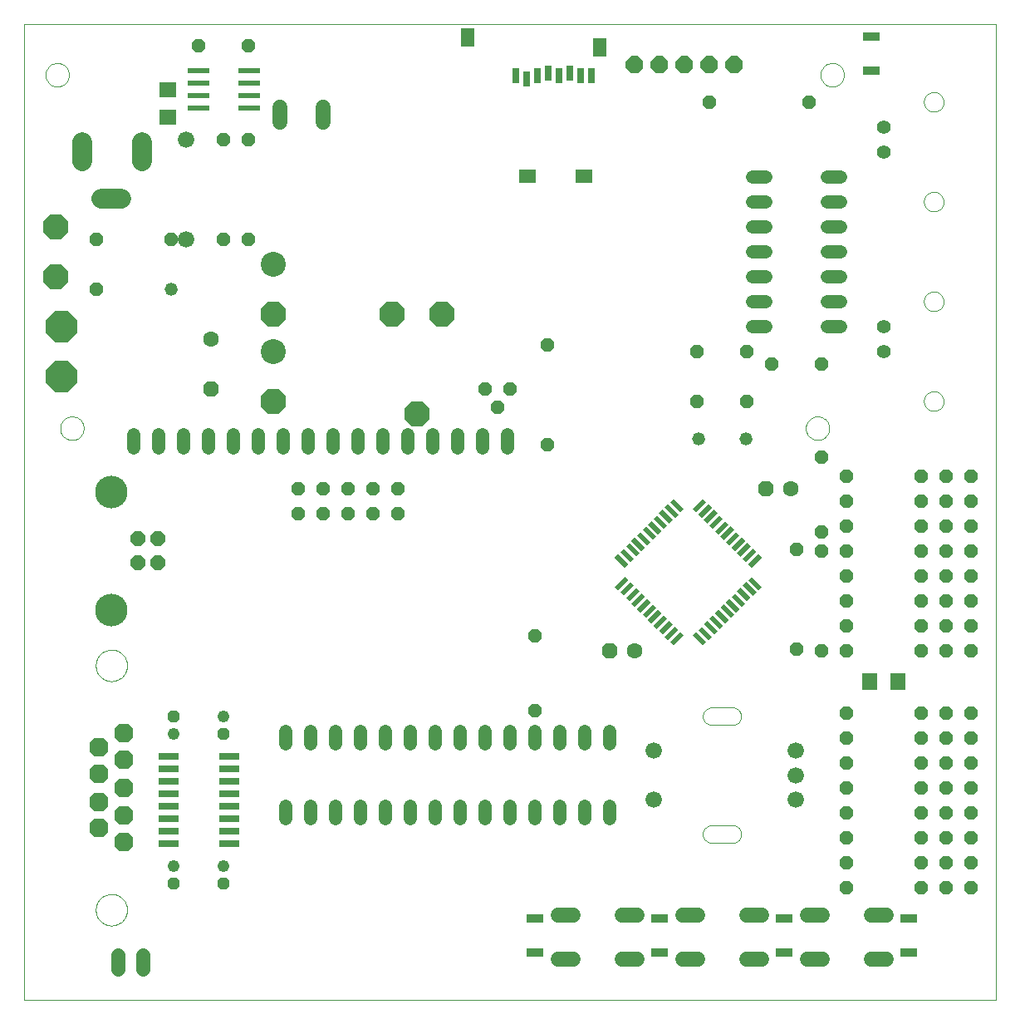
<source format=gts>
G75*
G70*
%OFA0B0*%
%FSLAX24Y24*%
%IPPOS*%
%LPD*%
%AMOC8*
5,1,8,0,0,1.08239X$1,22.5*
%
%ADD10C,0.0000*%
%ADD11R,0.0200X0.0580*%
%ADD12C,0.0520*%
%ADD13R,0.0866X0.0236*%
%ADD14OC8,0.1000*%
%ADD15C,0.0520*%
%ADD16OC8,0.0520*%
%ADD17OC8,0.0630*%
%ADD18C,0.0630*%
%ADD19R,0.0709X0.0630*%
%ADD20C,0.0660*%
%ADD21C,0.0600*%
%ADD22C,0.1000*%
%ADD23C,0.0787*%
%ADD24C,0.0554*%
%ADD25R,0.0700X0.0360*%
%ADD26R,0.0630X0.0710*%
%ADD27OC8,0.0574*%
%ADD28C,0.1306*%
%ADD29OC8,0.0760*%
%ADD30OC8,0.0560*%
%ADD31R,0.0800X0.0260*%
%ADD32OC8,0.0480*%
%ADD33C,0.0480*%
%ADD34R,0.0551X0.0748*%
%ADD35R,0.0709X0.0551*%
%ADD36R,0.0315X0.0591*%
%ADD37OC8,0.0700*%
%ADD38C,0.0560*%
%ADD39OC8,0.1260*%
D10*
X002925Y005413D02*
X002925Y044533D01*
X041917Y044533D01*
X041917Y005413D01*
X002925Y005413D01*
X005795Y009013D02*
X005797Y009063D01*
X005803Y009113D01*
X005813Y009162D01*
X005827Y009210D01*
X005844Y009257D01*
X005865Y009302D01*
X005890Y009346D01*
X005918Y009387D01*
X005950Y009426D01*
X005984Y009463D01*
X006021Y009497D01*
X006061Y009527D01*
X006103Y009554D01*
X006147Y009578D01*
X006193Y009599D01*
X006240Y009615D01*
X006288Y009628D01*
X006338Y009637D01*
X006387Y009642D01*
X006438Y009643D01*
X006488Y009640D01*
X006537Y009633D01*
X006586Y009622D01*
X006634Y009607D01*
X006680Y009589D01*
X006725Y009567D01*
X006768Y009541D01*
X006809Y009512D01*
X006848Y009480D01*
X006884Y009445D01*
X006916Y009407D01*
X006946Y009367D01*
X006973Y009324D01*
X006996Y009280D01*
X007015Y009234D01*
X007031Y009186D01*
X007043Y009137D01*
X007051Y009088D01*
X007055Y009038D01*
X007055Y008988D01*
X007051Y008938D01*
X007043Y008889D01*
X007031Y008840D01*
X007015Y008792D01*
X006996Y008746D01*
X006973Y008702D01*
X006946Y008659D01*
X006916Y008619D01*
X006884Y008581D01*
X006848Y008546D01*
X006809Y008514D01*
X006768Y008485D01*
X006725Y008459D01*
X006680Y008437D01*
X006634Y008419D01*
X006586Y008404D01*
X006537Y008393D01*
X006488Y008386D01*
X006438Y008383D01*
X006387Y008384D01*
X006338Y008389D01*
X006288Y008398D01*
X006240Y008411D01*
X006193Y008427D01*
X006147Y008448D01*
X006103Y008472D01*
X006061Y008499D01*
X006021Y008529D01*
X005984Y008563D01*
X005950Y008600D01*
X005918Y008639D01*
X005890Y008680D01*
X005865Y008724D01*
X005844Y008769D01*
X005827Y008816D01*
X005813Y008864D01*
X005803Y008913D01*
X005797Y008963D01*
X005795Y009013D01*
X005795Y018813D02*
X005797Y018863D01*
X005803Y018913D01*
X005813Y018962D01*
X005827Y019010D01*
X005844Y019057D01*
X005865Y019102D01*
X005890Y019146D01*
X005918Y019187D01*
X005950Y019226D01*
X005984Y019263D01*
X006021Y019297D01*
X006061Y019327D01*
X006103Y019354D01*
X006147Y019378D01*
X006193Y019399D01*
X006240Y019415D01*
X006288Y019428D01*
X006338Y019437D01*
X006387Y019442D01*
X006438Y019443D01*
X006488Y019440D01*
X006537Y019433D01*
X006586Y019422D01*
X006634Y019407D01*
X006680Y019389D01*
X006725Y019367D01*
X006768Y019341D01*
X006809Y019312D01*
X006848Y019280D01*
X006884Y019245D01*
X006916Y019207D01*
X006946Y019167D01*
X006973Y019124D01*
X006996Y019080D01*
X007015Y019034D01*
X007031Y018986D01*
X007043Y018937D01*
X007051Y018888D01*
X007055Y018838D01*
X007055Y018788D01*
X007051Y018738D01*
X007043Y018689D01*
X007031Y018640D01*
X007015Y018592D01*
X006996Y018546D01*
X006973Y018502D01*
X006946Y018459D01*
X006916Y018419D01*
X006884Y018381D01*
X006848Y018346D01*
X006809Y018314D01*
X006768Y018285D01*
X006725Y018259D01*
X006680Y018237D01*
X006634Y018219D01*
X006586Y018204D01*
X006537Y018193D01*
X006488Y018186D01*
X006438Y018183D01*
X006387Y018184D01*
X006338Y018189D01*
X006288Y018198D01*
X006240Y018211D01*
X006193Y018227D01*
X006147Y018248D01*
X006103Y018272D01*
X006061Y018299D01*
X006021Y018329D01*
X005984Y018363D01*
X005950Y018400D01*
X005918Y018439D01*
X005890Y018480D01*
X005865Y018524D01*
X005844Y018569D01*
X005827Y018616D01*
X005813Y018664D01*
X005803Y018713D01*
X005797Y018763D01*
X005795Y018813D01*
X004367Y028326D02*
X004369Y028369D01*
X004375Y028411D01*
X004385Y028453D01*
X004398Y028494D01*
X004415Y028534D01*
X004436Y028571D01*
X004460Y028607D01*
X004487Y028640D01*
X004517Y028671D01*
X004550Y028699D01*
X004585Y028724D01*
X004622Y028745D01*
X004661Y028763D01*
X004701Y028777D01*
X004743Y028788D01*
X004785Y028795D01*
X004828Y028798D01*
X004871Y028797D01*
X004914Y028792D01*
X004956Y028783D01*
X004997Y028771D01*
X005037Y028755D01*
X005075Y028735D01*
X005111Y028712D01*
X005145Y028685D01*
X005177Y028656D01*
X005205Y028624D01*
X005231Y028589D01*
X005253Y028553D01*
X005272Y028514D01*
X005287Y028474D01*
X005299Y028433D01*
X005307Y028390D01*
X005311Y028347D01*
X005311Y028305D01*
X005307Y028262D01*
X005299Y028219D01*
X005287Y028178D01*
X005272Y028138D01*
X005253Y028099D01*
X005231Y028063D01*
X005205Y028028D01*
X005177Y027996D01*
X005145Y027967D01*
X005111Y027940D01*
X005075Y027917D01*
X005037Y027897D01*
X004997Y027881D01*
X004956Y027869D01*
X004914Y027860D01*
X004871Y027855D01*
X004828Y027854D01*
X004785Y027857D01*
X004743Y027864D01*
X004701Y027875D01*
X004661Y027889D01*
X004622Y027907D01*
X004585Y027928D01*
X004550Y027953D01*
X004517Y027981D01*
X004487Y028012D01*
X004460Y028045D01*
X004436Y028081D01*
X004415Y028118D01*
X004398Y028158D01*
X004385Y028199D01*
X004375Y028241D01*
X004369Y028283D01*
X004367Y028326D01*
X003777Y042500D02*
X003779Y042543D01*
X003785Y042585D01*
X003795Y042627D01*
X003808Y042668D01*
X003825Y042708D01*
X003846Y042745D01*
X003870Y042781D01*
X003897Y042814D01*
X003927Y042845D01*
X003960Y042873D01*
X003995Y042898D01*
X004032Y042919D01*
X004071Y042937D01*
X004111Y042951D01*
X004153Y042962D01*
X004195Y042969D01*
X004238Y042972D01*
X004281Y042971D01*
X004324Y042966D01*
X004366Y042957D01*
X004407Y042945D01*
X004447Y042929D01*
X004485Y042909D01*
X004521Y042886D01*
X004555Y042859D01*
X004587Y042830D01*
X004615Y042798D01*
X004641Y042763D01*
X004663Y042727D01*
X004682Y042688D01*
X004697Y042648D01*
X004709Y042607D01*
X004717Y042564D01*
X004721Y042521D01*
X004721Y042479D01*
X004717Y042436D01*
X004709Y042393D01*
X004697Y042352D01*
X004682Y042312D01*
X004663Y042273D01*
X004641Y042237D01*
X004615Y042202D01*
X004587Y042170D01*
X004555Y042141D01*
X004521Y042114D01*
X004485Y042091D01*
X004447Y042071D01*
X004407Y042055D01*
X004366Y042043D01*
X004324Y042034D01*
X004281Y042029D01*
X004238Y042028D01*
X004195Y042031D01*
X004153Y042038D01*
X004111Y042049D01*
X004071Y042063D01*
X004032Y042081D01*
X003995Y042102D01*
X003960Y042127D01*
X003927Y042155D01*
X003897Y042186D01*
X003870Y042219D01*
X003846Y042255D01*
X003825Y042292D01*
X003808Y042332D01*
X003795Y042373D01*
X003785Y042415D01*
X003779Y042457D01*
X003777Y042500D01*
X030512Y017130D02*
X031338Y017130D01*
X031338Y017129D02*
X031375Y017127D01*
X031412Y017121D01*
X031447Y017112D01*
X031482Y017098D01*
X031515Y017082D01*
X031546Y017061D01*
X031575Y017038D01*
X031601Y017012D01*
X031624Y016983D01*
X031645Y016952D01*
X031661Y016919D01*
X031675Y016884D01*
X031684Y016849D01*
X031690Y016812D01*
X031692Y016775D01*
X031690Y016738D01*
X031684Y016701D01*
X031675Y016666D01*
X031661Y016631D01*
X031645Y016598D01*
X031624Y016567D01*
X031601Y016538D01*
X031575Y016512D01*
X031546Y016489D01*
X031515Y016468D01*
X031482Y016452D01*
X031447Y016438D01*
X031412Y016429D01*
X031375Y016423D01*
X031338Y016421D01*
X030512Y016421D01*
X030475Y016423D01*
X030438Y016429D01*
X030403Y016438D01*
X030368Y016452D01*
X030335Y016468D01*
X030304Y016489D01*
X030275Y016512D01*
X030249Y016538D01*
X030226Y016567D01*
X030205Y016598D01*
X030189Y016631D01*
X030175Y016666D01*
X030166Y016701D01*
X030160Y016738D01*
X030158Y016775D01*
X030160Y016812D01*
X030166Y016849D01*
X030175Y016884D01*
X030189Y016919D01*
X030205Y016952D01*
X030226Y016983D01*
X030249Y017012D01*
X030275Y017038D01*
X030304Y017061D01*
X030335Y017082D01*
X030368Y017098D01*
X030403Y017112D01*
X030438Y017121D01*
X030475Y017127D01*
X030512Y017129D01*
X030512Y012405D02*
X031338Y012405D01*
X031375Y012403D01*
X031412Y012397D01*
X031447Y012388D01*
X031482Y012374D01*
X031515Y012358D01*
X031546Y012337D01*
X031575Y012314D01*
X031601Y012288D01*
X031624Y012259D01*
X031645Y012228D01*
X031661Y012195D01*
X031675Y012160D01*
X031684Y012125D01*
X031690Y012088D01*
X031692Y012051D01*
X031690Y012014D01*
X031684Y011977D01*
X031675Y011942D01*
X031661Y011907D01*
X031645Y011874D01*
X031624Y011843D01*
X031601Y011814D01*
X031575Y011788D01*
X031546Y011765D01*
X031515Y011744D01*
X031482Y011728D01*
X031447Y011714D01*
X031412Y011705D01*
X031375Y011699D01*
X031338Y011697D01*
X031338Y011696D02*
X030512Y011696D01*
X030512Y011697D02*
X030475Y011699D01*
X030438Y011705D01*
X030403Y011714D01*
X030368Y011728D01*
X030335Y011744D01*
X030304Y011765D01*
X030275Y011788D01*
X030249Y011814D01*
X030226Y011843D01*
X030205Y011874D01*
X030189Y011907D01*
X030175Y011942D01*
X030166Y011977D01*
X030160Y012014D01*
X030158Y012051D01*
X030160Y012088D01*
X030166Y012125D01*
X030175Y012160D01*
X030189Y012195D01*
X030205Y012228D01*
X030226Y012259D01*
X030249Y012288D01*
X030275Y012314D01*
X030304Y012337D01*
X030335Y012358D01*
X030368Y012374D01*
X030403Y012388D01*
X030438Y012397D01*
X030475Y012403D01*
X030512Y012405D01*
X034289Y028326D02*
X034291Y028369D01*
X034297Y028411D01*
X034307Y028453D01*
X034320Y028494D01*
X034337Y028534D01*
X034358Y028571D01*
X034382Y028607D01*
X034409Y028640D01*
X034439Y028671D01*
X034472Y028699D01*
X034507Y028724D01*
X034544Y028745D01*
X034583Y028763D01*
X034623Y028777D01*
X034665Y028788D01*
X034707Y028795D01*
X034750Y028798D01*
X034793Y028797D01*
X034836Y028792D01*
X034878Y028783D01*
X034919Y028771D01*
X034959Y028755D01*
X034997Y028735D01*
X035033Y028712D01*
X035067Y028685D01*
X035099Y028656D01*
X035127Y028624D01*
X035153Y028589D01*
X035175Y028553D01*
X035194Y028514D01*
X035209Y028474D01*
X035221Y028433D01*
X035229Y028390D01*
X035233Y028347D01*
X035233Y028305D01*
X035229Y028262D01*
X035221Y028219D01*
X035209Y028178D01*
X035194Y028138D01*
X035175Y028099D01*
X035153Y028063D01*
X035127Y028028D01*
X035099Y027996D01*
X035067Y027967D01*
X035033Y027940D01*
X034997Y027917D01*
X034959Y027897D01*
X034919Y027881D01*
X034878Y027869D01*
X034836Y027860D01*
X034793Y027855D01*
X034750Y027854D01*
X034707Y027857D01*
X034665Y027864D01*
X034623Y027875D01*
X034583Y027889D01*
X034544Y027907D01*
X034507Y027928D01*
X034472Y027953D01*
X034439Y027981D01*
X034409Y028012D01*
X034382Y028045D01*
X034358Y028081D01*
X034337Y028118D01*
X034320Y028158D01*
X034307Y028199D01*
X034297Y028241D01*
X034291Y028283D01*
X034289Y028326D01*
X039031Y029413D02*
X039033Y029452D01*
X039039Y029491D01*
X039049Y029529D01*
X039062Y029566D01*
X039079Y029601D01*
X039099Y029635D01*
X039123Y029666D01*
X039150Y029695D01*
X039179Y029721D01*
X039211Y029744D01*
X039245Y029764D01*
X039281Y029780D01*
X039318Y029792D01*
X039357Y029801D01*
X039396Y029806D01*
X039435Y029807D01*
X039474Y029804D01*
X039513Y029797D01*
X039550Y029786D01*
X039587Y029772D01*
X039622Y029754D01*
X039655Y029733D01*
X039686Y029708D01*
X039714Y029681D01*
X039739Y029651D01*
X039761Y029618D01*
X039780Y029584D01*
X039795Y029548D01*
X039807Y029510D01*
X039815Y029472D01*
X039819Y029433D01*
X039819Y029393D01*
X039815Y029354D01*
X039807Y029316D01*
X039795Y029278D01*
X039780Y029242D01*
X039761Y029208D01*
X039739Y029175D01*
X039714Y029145D01*
X039686Y029118D01*
X039655Y029093D01*
X039622Y029072D01*
X039587Y029054D01*
X039550Y029040D01*
X039513Y029029D01*
X039474Y029022D01*
X039435Y029019D01*
X039396Y029020D01*
X039357Y029025D01*
X039318Y029034D01*
X039281Y029046D01*
X039245Y029062D01*
X039211Y029082D01*
X039179Y029105D01*
X039150Y029131D01*
X039123Y029160D01*
X039099Y029191D01*
X039079Y029225D01*
X039062Y029260D01*
X039049Y029297D01*
X039039Y029335D01*
X039033Y029374D01*
X039031Y029413D01*
X039031Y033413D02*
X039033Y033452D01*
X039039Y033491D01*
X039049Y033529D01*
X039062Y033566D01*
X039079Y033601D01*
X039099Y033635D01*
X039123Y033666D01*
X039150Y033695D01*
X039179Y033721D01*
X039211Y033744D01*
X039245Y033764D01*
X039281Y033780D01*
X039318Y033792D01*
X039357Y033801D01*
X039396Y033806D01*
X039435Y033807D01*
X039474Y033804D01*
X039513Y033797D01*
X039550Y033786D01*
X039587Y033772D01*
X039622Y033754D01*
X039655Y033733D01*
X039686Y033708D01*
X039714Y033681D01*
X039739Y033651D01*
X039761Y033618D01*
X039780Y033584D01*
X039795Y033548D01*
X039807Y033510D01*
X039815Y033472D01*
X039819Y033433D01*
X039819Y033393D01*
X039815Y033354D01*
X039807Y033316D01*
X039795Y033278D01*
X039780Y033242D01*
X039761Y033208D01*
X039739Y033175D01*
X039714Y033145D01*
X039686Y033118D01*
X039655Y033093D01*
X039622Y033072D01*
X039587Y033054D01*
X039550Y033040D01*
X039513Y033029D01*
X039474Y033022D01*
X039435Y033019D01*
X039396Y033020D01*
X039357Y033025D01*
X039318Y033034D01*
X039281Y033046D01*
X039245Y033062D01*
X039211Y033082D01*
X039179Y033105D01*
X039150Y033131D01*
X039123Y033160D01*
X039099Y033191D01*
X039079Y033225D01*
X039062Y033260D01*
X039049Y033297D01*
X039039Y033335D01*
X039033Y033374D01*
X039031Y033413D01*
X039031Y037413D02*
X039033Y037452D01*
X039039Y037491D01*
X039049Y037529D01*
X039062Y037566D01*
X039079Y037601D01*
X039099Y037635D01*
X039123Y037666D01*
X039150Y037695D01*
X039179Y037721D01*
X039211Y037744D01*
X039245Y037764D01*
X039281Y037780D01*
X039318Y037792D01*
X039357Y037801D01*
X039396Y037806D01*
X039435Y037807D01*
X039474Y037804D01*
X039513Y037797D01*
X039550Y037786D01*
X039587Y037772D01*
X039622Y037754D01*
X039655Y037733D01*
X039686Y037708D01*
X039714Y037681D01*
X039739Y037651D01*
X039761Y037618D01*
X039780Y037584D01*
X039795Y037548D01*
X039807Y037510D01*
X039815Y037472D01*
X039819Y037433D01*
X039819Y037393D01*
X039815Y037354D01*
X039807Y037316D01*
X039795Y037278D01*
X039780Y037242D01*
X039761Y037208D01*
X039739Y037175D01*
X039714Y037145D01*
X039686Y037118D01*
X039655Y037093D01*
X039622Y037072D01*
X039587Y037054D01*
X039550Y037040D01*
X039513Y037029D01*
X039474Y037022D01*
X039435Y037019D01*
X039396Y037020D01*
X039357Y037025D01*
X039318Y037034D01*
X039281Y037046D01*
X039245Y037062D01*
X039211Y037082D01*
X039179Y037105D01*
X039150Y037131D01*
X039123Y037160D01*
X039099Y037191D01*
X039079Y037225D01*
X039062Y037260D01*
X039049Y037297D01*
X039039Y037335D01*
X039033Y037374D01*
X039031Y037413D01*
X039031Y041413D02*
X039033Y041452D01*
X039039Y041491D01*
X039049Y041529D01*
X039062Y041566D01*
X039079Y041601D01*
X039099Y041635D01*
X039123Y041666D01*
X039150Y041695D01*
X039179Y041721D01*
X039211Y041744D01*
X039245Y041764D01*
X039281Y041780D01*
X039318Y041792D01*
X039357Y041801D01*
X039396Y041806D01*
X039435Y041807D01*
X039474Y041804D01*
X039513Y041797D01*
X039550Y041786D01*
X039587Y041772D01*
X039622Y041754D01*
X039655Y041733D01*
X039686Y041708D01*
X039714Y041681D01*
X039739Y041651D01*
X039761Y041618D01*
X039780Y041584D01*
X039795Y041548D01*
X039807Y041510D01*
X039815Y041472D01*
X039819Y041433D01*
X039819Y041393D01*
X039815Y041354D01*
X039807Y041316D01*
X039795Y041278D01*
X039780Y041242D01*
X039761Y041208D01*
X039739Y041175D01*
X039714Y041145D01*
X039686Y041118D01*
X039655Y041093D01*
X039622Y041072D01*
X039587Y041054D01*
X039550Y041040D01*
X039513Y041029D01*
X039474Y041022D01*
X039435Y041019D01*
X039396Y041020D01*
X039357Y041025D01*
X039318Y041034D01*
X039281Y041046D01*
X039245Y041062D01*
X039211Y041082D01*
X039179Y041105D01*
X039150Y041131D01*
X039123Y041160D01*
X039099Y041191D01*
X039079Y041225D01*
X039062Y041260D01*
X039049Y041297D01*
X039039Y041335D01*
X039033Y041374D01*
X039031Y041413D01*
X034879Y042500D02*
X034881Y042543D01*
X034887Y042585D01*
X034897Y042627D01*
X034910Y042668D01*
X034927Y042708D01*
X034948Y042745D01*
X034972Y042781D01*
X034999Y042814D01*
X035029Y042845D01*
X035062Y042873D01*
X035097Y042898D01*
X035134Y042919D01*
X035173Y042937D01*
X035213Y042951D01*
X035255Y042962D01*
X035297Y042969D01*
X035340Y042972D01*
X035383Y042971D01*
X035426Y042966D01*
X035468Y042957D01*
X035509Y042945D01*
X035549Y042929D01*
X035587Y042909D01*
X035623Y042886D01*
X035657Y042859D01*
X035689Y042830D01*
X035717Y042798D01*
X035743Y042763D01*
X035765Y042727D01*
X035784Y042688D01*
X035799Y042648D01*
X035811Y042607D01*
X035819Y042564D01*
X035823Y042521D01*
X035823Y042479D01*
X035819Y042436D01*
X035811Y042393D01*
X035799Y042352D01*
X035784Y042312D01*
X035765Y042273D01*
X035743Y042237D01*
X035717Y042202D01*
X035689Y042170D01*
X035657Y042141D01*
X035623Y042114D01*
X035587Y042091D01*
X035549Y042071D01*
X035509Y042055D01*
X035468Y042043D01*
X035426Y042034D01*
X035383Y042029D01*
X035340Y042028D01*
X035297Y042031D01*
X035255Y042038D01*
X035213Y042049D01*
X035173Y042063D01*
X035134Y042081D01*
X035097Y042102D01*
X035062Y042127D01*
X035029Y042155D01*
X034999Y042186D01*
X034972Y042219D01*
X034948Y042255D01*
X034927Y042292D01*
X034910Y042332D01*
X034897Y042373D01*
X034887Y042415D01*
X034881Y042457D01*
X034879Y042500D01*
D11*
G36*
X029890Y024957D02*
X029749Y025098D01*
X030158Y025507D01*
X030299Y025366D01*
X029890Y024957D01*
G37*
G36*
X030109Y024738D02*
X029968Y024879D01*
X030377Y025288D01*
X030518Y025147D01*
X030109Y024738D01*
G37*
G36*
X030335Y024512D02*
X030194Y024653D01*
X030603Y025062D01*
X030744Y024921D01*
X030335Y024512D01*
G37*
G36*
X030555Y024293D02*
X030414Y024434D01*
X030823Y024843D01*
X030964Y024702D01*
X030555Y024293D01*
G37*
G36*
X030781Y024066D02*
X030640Y024207D01*
X031049Y024616D01*
X031190Y024475D01*
X030781Y024066D01*
G37*
G36*
X031000Y023847D02*
X030859Y023988D01*
X031268Y024397D01*
X031409Y024256D01*
X031000Y023847D01*
G37*
G36*
X031219Y023628D02*
X031078Y023769D01*
X031487Y024178D01*
X031628Y024037D01*
X031219Y023628D01*
G37*
G36*
X031446Y023402D02*
X031305Y023543D01*
X031714Y023952D01*
X031855Y023811D01*
X031446Y023402D01*
G37*
G36*
X031665Y023182D02*
X031524Y023323D01*
X031933Y023732D01*
X032074Y023591D01*
X031665Y023182D01*
G37*
G36*
X031891Y022956D02*
X031750Y023097D01*
X032159Y023506D01*
X032300Y023365D01*
X031891Y022956D01*
G37*
G36*
X032110Y022737D02*
X031969Y022878D01*
X032378Y023287D01*
X032519Y023146D01*
X032110Y022737D01*
G37*
G36*
X031969Y022241D02*
X032110Y022382D01*
X032519Y021973D01*
X032378Y021832D01*
X031969Y022241D01*
G37*
G36*
X031750Y022022D02*
X031891Y022163D01*
X032300Y021754D01*
X032159Y021613D01*
X031750Y022022D01*
G37*
G36*
X031524Y021795D02*
X031665Y021936D01*
X032074Y021527D01*
X031933Y021386D01*
X031524Y021795D01*
G37*
G36*
X031305Y021576D02*
X031446Y021717D01*
X031855Y021308D01*
X031714Y021167D01*
X031305Y021576D01*
G37*
G36*
X031078Y021350D02*
X031219Y021491D01*
X031628Y021082D01*
X031487Y020941D01*
X031078Y021350D01*
G37*
G36*
X030859Y021131D02*
X031000Y021272D01*
X031409Y020863D01*
X031268Y020722D01*
X030859Y021131D01*
G37*
G36*
X030640Y020912D02*
X030781Y021053D01*
X031190Y020644D01*
X031049Y020503D01*
X030640Y020912D01*
G37*
G36*
X030414Y020685D02*
X030555Y020826D01*
X030964Y020417D01*
X030823Y020276D01*
X030414Y020685D01*
G37*
G36*
X030194Y020466D02*
X030335Y020607D01*
X030744Y020198D01*
X030603Y020057D01*
X030194Y020466D01*
G37*
G36*
X029968Y020240D02*
X030109Y020381D01*
X030518Y019972D01*
X030377Y019831D01*
X029968Y020240D01*
G37*
G36*
X029749Y020021D02*
X029890Y020162D01*
X030299Y019753D01*
X030158Y019612D01*
X029749Y020021D01*
G37*
G36*
X028985Y019612D02*
X028844Y019753D01*
X029253Y020162D01*
X029394Y020021D01*
X028985Y019612D01*
G37*
G36*
X028766Y019831D02*
X028625Y019972D01*
X029034Y020381D01*
X029175Y020240D01*
X028766Y019831D01*
G37*
G36*
X028539Y020057D02*
X028398Y020198D01*
X028807Y020607D01*
X028948Y020466D01*
X028539Y020057D01*
G37*
G36*
X028320Y020276D02*
X028179Y020417D01*
X028588Y020826D01*
X028729Y020685D01*
X028320Y020276D01*
G37*
G36*
X028094Y020503D02*
X027953Y020644D01*
X028362Y021053D01*
X028503Y020912D01*
X028094Y020503D01*
G37*
G36*
X027875Y020722D02*
X027734Y020863D01*
X028143Y021272D01*
X028284Y021131D01*
X027875Y020722D01*
G37*
G36*
X027656Y020941D02*
X027515Y021082D01*
X027924Y021491D01*
X028065Y021350D01*
X027656Y020941D01*
G37*
G36*
X027429Y021167D02*
X027288Y021308D01*
X027697Y021717D01*
X027838Y021576D01*
X027429Y021167D01*
G37*
G36*
X027210Y021386D02*
X027069Y021527D01*
X027478Y021936D01*
X027619Y021795D01*
X027210Y021386D01*
G37*
G36*
X026984Y021613D02*
X026843Y021754D01*
X027252Y022163D01*
X027393Y022022D01*
X026984Y021613D01*
G37*
G36*
X026765Y021832D02*
X026624Y021973D01*
X027033Y022382D01*
X027174Y022241D01*
X026765Y021832D01*
G37*
G36*
X026624Y023146D02*
X026765Y023287D01*
X027174Y022878D01*
X027033Y022737D01*
X026624Y023146D01*
G37*
G36*
X026843Y023365D02*
X026984Y023506D01*
X027393Y023097D01*
X027252Y022956D01*
X026843Y023365D01*
G37*
G36*
X027069Y023591D02*
X027210Y023732D01*
X027619Y023323D01*
X027478Y023182D01*
X027069Y023591D01*
G37*
G36*
X027288Y023811D02*
X027429Y023952D01*
X027838Y023543D01*
X027697Y023402D01*
X027288Y023811D01*
G37*
G36*
X027515Y024037D02*
X027656Y024178D01*
X028065Y023769D01*
X027924Y023628D01*
X027515Y024037D01*
G37*
G36*
X027734Y024256D02*
X027875Y024397D01*
X028284Y023988D01*
X028143Y023847D01*
X027734Y024256D01*
G37*
G36*
X027953Y024475D02*
X028094Y024616D01*
X028503Y024207D01*
X028362Y024066D01*
X027953Y024475D01*
G37*
G36*
X028179Y024702D02*
X028320Y024843D01*
X028729Y024434D01*
X028588Y024293D01*
X028179Y024702D01*
G37*
G36*
X028398Y024921D02*
X028539Y025062D01*
X028948Y024653D01*
X028807Y024512D01*
X028398Y024921D01*
G37*
G36*
X028625Y025147D02*
X028766Y025288D01*
X029175Y024879D01*
X029034Y024738D01*
X028625Y025147D01*
G37*
G36*
X028844Y025366D02*
X028985Y025507D01*
X029394Y025098D01*
X029253Y024957D01*
X028844Y025366D01*
G37*
D12*
X022312Y027538D02*
X022312Y028058D01*
X021312Y028058D02*
X021312Y027538D01*
X020312Y027538D02*
X020312Y028058D01*
X019312Y028058D02*
X019312Y027538D01*
X018312Y027538D02*
X018312Y028058D01*
X017312Y028058D02*
X017312Y027538D01*
X016312Y027538D02*
X016312Y028058D01*
X015312Y028058D02*
X015312Y027538D01*
X014312Y027538D02*
X014312Y028058D01*
X013312Y028058D02*
X013312Y027538D01*
X012312Y027538D02*
X012312Y028058D01*
X011312Y028058D02*
X011312Y027538D01*
X010312Y027538D02*
X010312Y028058D01*
X009312Y028058D02*
X009312Y027538D01*
X008312Y027538D02*
X008312Y028058D01*
X007312Y028058D02*
X007312Y027538D01*
X013425Y016173D02*
X013425Y015653D01*
X014425Y015653D02*
X014425Y016173D01*
X015425Y016173D02*
X015425Y015653D01*
X016425Y015653D02*
X016425Y016173D01*
X017425Y016173D02*
X017425Y015653D01*
X018425Y015653D02*
X018425Y016173D01*
X019425Y016173D02*
X019425Y015653D01*
X020425Y015653D02*
X020425Y016173D01*
X021425Y016173D02*
X021425Y015653D01*
X022425Y015653D02*
X022425Y016173D01*
X023425Y016173D02*
X023425Y015653D01*
X024425Y015653D02*
X024425Y016173D01*
X025425Y016173D02*
X025425Y015653D01*
X026425Y015653D02*
X026425Y016173D01*
X026425Y013173D02*
X026425Y012653D01*
X025425Y012653D02*
X025425Y013173D01*
X024425Y013173D02*
X024425Y012653D01*
X023425Y012653D02*
X023425Y013173D01*
X022425Y013173D02*
X022425Y012653D01*
X021425Y012653D02*
X021425Y013173D01*
X020425Y013173D02*
X020425Y012653D01*
X019425Y012653D02*
X019425Y013173D01*
X018425Y013173D02*
X018425Y012653D01*
X017425Y012653D02*
X017425Y013173D01*
X016425Y013173D02*
X016425Y012653D01*
X015425Y012653D02*
X015425Y013173D01*
X014425Y013173D02*
X014425Y012653D01*
X013425Y012653D02*
X013425Y013173D01*
X032165Y032413D02*
X032685Y032413D01*
X032685Y033413D02*
X032165Y033413D01*
X032165Y034413D02*
X032685Y034413D01*
X032685Y035413D02*
X032165Y035413D01*
X032165Y036413D02*
X032685Y036413D01*
X032685Y037413D02*
X032165Y037413D01*
X032165Y038413D02*
X032685Y038413D01*
X035165Y038413D02*
X035685Y038413D01*
X035685Y037413D02*
X035165Y037413D01*
X035165Y036413D02*
X035685Y036413D01*
X035685Y035413D02*
X035165Y035413D01*
X035165Y034413D02*
X035685Y034413D01*
X035685Y033413D02*
X035165Y033413D01*
X035165Y032413D02*
X035685Y032413D01*
D13*
X011949Y041163D03*
X011949Y041663D03*
X011949Y042163D03*
X011949Y042663D03*
X009901Y042663D03*
X009901Y042163D03*
X009901Y041663D03*
X009901Y041163D03*
D14*
X004175Y036413D03*
X004175Y034413D03*
X012925Y032913D03*
X012925Y029413D03*
X017675Y032913D03*
X019675Y032913D03*
X018675Y028913D03*
D15*
X008800Y033913D03*
X029975Y027913D03*
X031875Y027913D03*
D16*
X031925Y029413D03*
X032925Y030913D03*
X031925Y031413D03*
X029925Y031413D03*
X029925Y029413D03*
X034925Y030913D03*
X034925Y027163D03*
X035925Y026413D03*
X035925Y025413D03*
X035925Y024413D03*
X035925Y023413D03*
X034925Y023413D03*
X034925Y024163D03*
X033925Y023456D03*
X035925Y022413D03*
X035925Y021413D03*
X035925Y020413D03*
X035925Y019413D03*
X034925Y019413D03*
X033925Y019456D03*
X035925Y016913D03*
X035925Y015913D03*
X035925Y014913D03*
X035925Y013913D03*
X035925Y012913D03*
X035925Y011913D03*
X035925Y010913D03*
X035925Y009913D03*
X038925Y009913D03*
X038925Y010913D03*
X038925Y011913D03*
X038925Y012913D03*
X038925Y013913D03*
X038925Y014913D03*
X038925Y015913D03*
X038925Y016913D03*
X038925Y019413D03*
X038925Y020413D03*
X038925Y021413D03*
X038925Y022413D03*
X038925Y023413D03*
X038925Y024413D03*
X038925Y025413D03*
X038925Y026413D03*
X023925Y027663D03*
X021925Y029163D03*
X021425Y029913D03*
X022425Y029913D03*
X023925Y031663D03*
X030425Y041413D03*
X034425Y041413D03*
X011925Y039913D03*
X010925Y039913D03*
X009925Y043663D03*
X011925Y043663D03*
X011925Y035913D03*
X010925Y035913D03*
X008800Y035913D03*
X005800Y035913D03*
X005800Y033913D03*
X023425Y020017D03*
X023425Y017017D03*
D17*
X026425Y019413D03*
X032675Y025913D03*
X010425Y029913D03*
D18*
X010425Y031913D03*
X027425Y019413D03*
X033675Y025913D03*
D19*
X008683Y040799D03*
X008683Y041902D03*
D20*
X009425Y039913D03*
X009425Y035913D03*
X028169Y015397D03*
X028169Y013429D03*
X033878Y013429D03*
X033878Y014413D03*
X033878Y015397D03*
D21*
X034345Y008803D02*
X034945Y008803D01*
X034945Y007023D02*
X034345Y007023D01*
X032505Y007023D02*
X031905Y007023D01*
X031905Y008803D02*
X032505Y008803D01*
X029945Y008803D02*
X029345Y008803D01*
X029345Y007023D02*
X029945Y007023D01*
X027505Y007023D02*
X026905Y007023D01*
X026905Y008803D02*
X027505Y008803D01*
X024945Y008803D02*
X024345Y008803D01*
X024345Y007023D02*
X024945Y007023D01*
X036905Y007023D02*
X037505Y007023D01*
X037505Y008803D02*
X036905Y008803D01*
X014925Y040613D02*
X014925Y041213D01*
X013175Y041213D02*
X013175Y040613D01*
D22*
X012925Y034913D03*
X012925Y031413D03*
D23*
X006819Y037523D02*
X006031Y037523D01*
X005244Y039019D02*
X005244Y039807D01*
X007645Y039807D02*
X007645Y039019D01*
D24*
X037425Y039413D03*
X037425Y040413D03*
X037425Y032413D03*
X037425Y031413D03*
D25*
X036925Y042663D03*
X036925Y044038D03*
X038425Y008663D03*
X038425Y007288D03*
X033425Y007288D03*
X033425Y008663D03*
X028425Y008663D03*
X028425Y007288D03*
X023425Y007288D03*
X023425Y008663D03*
D26*
X036865Y018163D03*
X037985Y018163D03*
D27*
X008279Y022921D03*
X007492Y022921D03*
X007492Y023905D03*
X008279Y023905D03*
D28*
X006425Y025783D03*
X006425Y021043D03*
D29*
X006925Y016101D03*
X006925Y015038D03*
X005925Y015538D03*
X005925Y014476D03*
X006925Y013913D03*
X006925Y012788D03*
X006925Y011725D03*
X005925Y012288D03*
X005925Y013350D03*
D30*
X013925Y024913D03*
X013925Y025913D03*
X014925Y025913D03*
X015925Y025913D03*
X016925Y025913D03*
X017925Y025913D03*
X017925Y024913D03*
X016925Y024913D03*
X015925Y024913D03*
X014925Y024913D03*
X039925Y024413D03*
X039925Y025413D03*
X039925Y026413D03*
X040925Y026413D03*
X040925Y025413D03*
X040925Y024413D03*
X040925Y023413D03*
X039925Y023413D03*
X039925Y022413D03*
X040925Y022413D03*
X040925Y021413D03*
X039925Y021413D03*
X039925Y020413D03*
X040925Y020413D03*
X040925Y019413D03*
X039925Y019413D03*
X039925Y016913D03*
X040925Y016913D03*
X040925Y015913D03*
X039925Y015913D03*
X039925Y014913D03*
X040925Y014913D03*
X040925Y013913D03*
X039925Y013913D03*
X039925Y012913D03*
X040925Y012913D03*
X040925Y011913D03*
X039925Y011913D03*
X039925Y010913D03*
X040925Y010913D03*
X040925Y009913D03*
X039925Y009913D03*
D31*
X011135Y011663D03*
X011135Y012163D03*
X011135Y012663D03*
X011135Y013163D03*
X011135Y013663D03*
X011135Y014163D03*
X011135Y014663D03*
X011135Y015163D03*
X008715Y015163D03*
X008715Y014663D03*
X008715Y014163D03*
X008715Y013663D03*
X008715Y013163D03*
X008715Y012663D03*
X008715Y012163D03*
X008715Y011663D03*
D32*
X008925Y010063D03*
X010925Y010063D03*
X010925Y016063D03*
X008925Y016763D03*
D33*
X008925Y016063D03*
X010925Y016763D03*
X010925Y010763D03*
X008925Y010763D03*
D34*
X026004Y043598D03*
X020728Y043992D03*
D35*
X023130Y038421D03*
X025374Y038421D03*
D36*
X023094Y042319D03*
X022661Y042476D03*
X023527Y042476D03*
X023960Y042555D03*
X024394Y042476D03*
X024827Y042555D03*
X025260Y042476D03*
X025693Y042476D03*
D37*
X027425Y042913D03*
X028425Y042913D03*
X029425Y042913D03*
X030425Y042913D03*
X031425Y042913D03*
D38*
X007675Y007193D02*
X007675Y006633D01*
X006675Y006633D02*
X006675Y007193D01*
D39*
X004425Y030413D03*
X004425Y032413D03*
M02*

</source>
